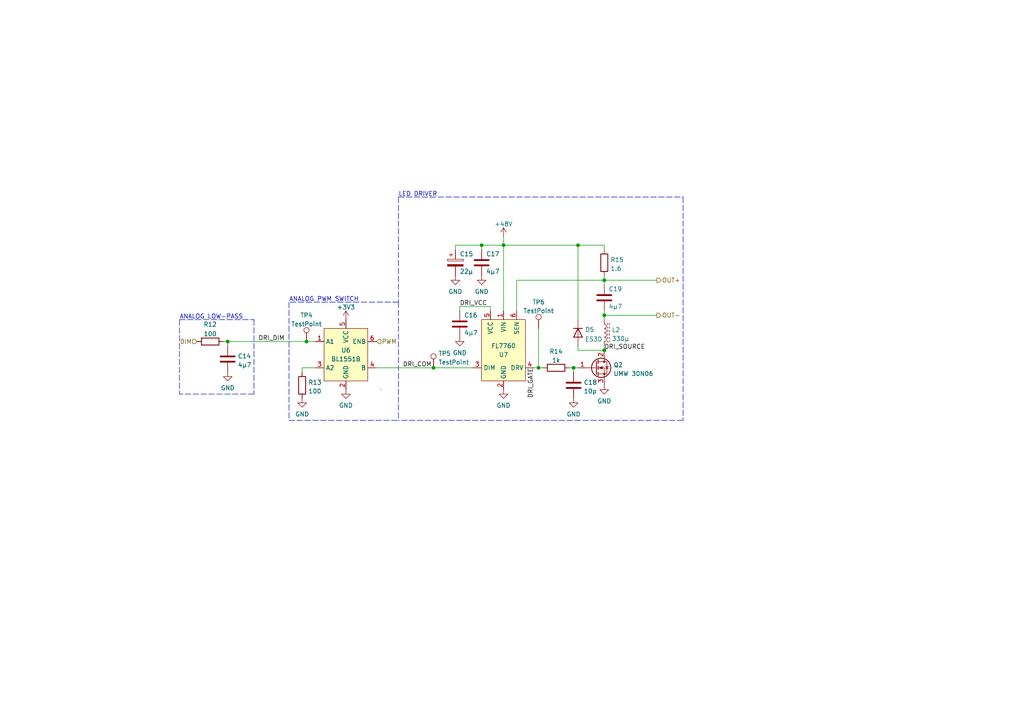
<source format=kicad_sch>
(kicad_sch (version 20211123) (generator eeschema)
  (paper "A4")
  (lib_symbols
    (symbol "Connector:TestPoint" (pin_numbers hide) (pin_names (offset 0.762) hide)
      (property "Reference" "TP" (at 0 6.858 0))
      (property "Value" "TestPoint" (at 0 5.08 0))
      (symbol "TestPoint_0_1"
        (circle (center 0 3.302) (radius 0.762))
      )
      (symbol "TestPoint_1_1"
        (pin passive line (at 0 0 90) (length 2.54) (name "1") (number "1"))
      )
    )
    (symbol "Device:C" (pin_numbers hide) (pin_names (offset 0.254))
      (property "Reference" "C" (at 0.635 2.54 0))
      (property "Value" "C" (at 0.635 -2.54 0))
      (symbol "C_0_1"
        (polyline (pts (xy -2.032 -0.762) (xy 2.032 -0.762)) (stroke (width 0.508)))
        (polyline (pts (xy -2.032 0.762) (xy 2.032 0.762)) (stroke (width 0.508)))
      )
      (symbol "C_1_1"
        (pin passive line (at 0 3.81 270) (length 2.794) (name "~") (number "1"))
        (pin passive line (at 0 -3.81 90) (length 2.794) (name "~") (number "2"))
      )
    )
    (symbol "Device:C_Polarized" (pin_numbers hide) (pin_names (offset 0.254))
      (property "Reference" "C" (at 0.635 2.54 0))
      (property "Value" "C_Polarized" (at 0.635 -2.54 0))
      (symbol "C_Polarized_0_1"
        (rectangle (start -2.286 0.508) (end 2.286 1.016))
        (polyline (pts (xy -1.778 2.286) (xy -0.762 2.286)))
        (polyline (pts (xy -1.27 2.794) (xy -1.27 1.778)))
        (rectangle (start 2.286 -0.508) (end -2.286 -1.016) (fill (type outline)))
      )
      (symbol "C_Polarized_1_1"
        (pin passive line (at 0 3.81 270) (length 2.794) (name "~") (number "1"))
        (pin passive line (at 0 -3.81 90) (length 2.794) (name "~") (number "2"))
      )
    )
    (symbol "Device:D" (pin_numbers hide) (pin_names (offset 1.016) hide)
      (property "Reference" "D" (at 0 2.54 0))
      (property "Value" "D" (at 0 -2.54 0))
      (symbol "D_0_1"
        (polyline (pts (xy -1.27 1.27) (xy -1.27 -1.27)) (stroke (width 0.254)))
        (polyline (pts (xy 1.27 0) (xy -1.27 0)))
        (polyline (pts (xy 1.27 1.27) (xy 1.27 -1.27) (xy -1.27 0) (xy 1.27 1.27)) (stroke (width 0.254)))
      )
      (symbol "D_1_1"
        (pin passive line (at -3.81 0 0) (length 2.54) (name "K") (number "1"))
        (pin passive line (at 3.81 0 180) (length 2.54) (name "A") (number "2"))
      )
    )
    (symbol "Device:L_Ferrite" (pin_numbers hide) (pin_names (offset 1.016) hide)
      (property "Reference" "L" (at -1.27 0 90))
      (property "Value" "L_Ferrite" (at 2.794 0 90))
      (symbol "L_Ferrite_0_1"
        (arc (start 0 -2.54) (mid 0.635 -1.905) (end 0 -1.27))
        (arc (start 0 -1.27) (mid 0.635 -0.635) (end 0 0))
        (polyline (pts (xy 1.016 -2.794) (xy 1.016 -2.286)))
        (polyline (pts (xy 1.016 -1.778) (xy 1.016 -1.27)))
        (polyline (pts (xy 1.016 -0.762) (xy 1.016 -0.254)))
        (polyline (pts (xy 1.016 0.254) (xy 1.016 0.762)))
        (polyline (pts (xy 1.016 1.27) (xy 1.016 1.778)))
        (polyline (pts (xy 1.016 2.286) (xy 1.016 2.794)))
        (polyline (pts (xy 1.524 -2.286) (xy 1.524 -2.794)))
        (polyline (pts (xy 1.524 -1.27) (xy 1.524 -1.778)))
        (polyline (pts (xy 1.524 -0.254) (xy 1.524 -0.762)))
        (polyline (pts (xy 1.524 0.762) (xy 1.524 0.254)))
        (polyline (pts (xy 1.524 1.778) (xy 1.524 1.27)))
        (polyline (pts (xy 1.524 2.794) (xy 1.524 2.286)))
        (arc (start 0 0) (mid 0.635 0.635) (end 0 1.27))
        (arc (start 0 1.27) (mid 0.635 1.905) (end 0 2.54))
      )
      (symbol "L_Ferrite_1_1"
        (pin passive line (at 0 3.81 270) (length 1.27) (name "1") (number "1"))
        (pin passive line (at 0 -3.81 90) (length 1.27) (name "2") (number "2"))
      )
    )
    (symbol "Device:Q_NMOS_GDS" (pin_names (offset 0) hide)
      (property "Reference" "Q" (at 5.08 1.27 0))
      (property "Value" "Q_NMOS_GDS" (at 5.08 -1.27 0))
      (symbol "Q_NMOS_GDS_0_1"
        (polyline (pts (xy 0.254 0) (xy -2.54 0)))
        (polyline (pts (xy 0.254 1.905) (xy 0.254 -1.905)) (stroke (width 0.254)))
        (polyline (pts (xy 0.762 -1.27) (xy 0.762 -2.286)) (stroke (width 0.254)))
        (polyline (pts (xy 0.762 0.508) (xy 0.762 -0.508)) (stroke (width 0.254)))
        (polyline (pts (xy 0.762 2.286) (xy 0.762 1.27)) (stroke (width 0.254)))
        (polyline (pts (xy 2.54 2.54) (xy 2.54 1.778)))
        (polyline (pts (xy 2.54 -2.54) (xy 2.54 0) (xy 0.762 0)))
        (polyline (pts (xy 0.762 -1.778) (xy 3.302 -1.778) (xy 3.302 1.778) (xy 0.762 1.778)))
        (polyline (pts (xy 1.016 0) (xy 2.032 0.381) (xy 2.032 -0.381) (xy 1.016 0)) (fill (type outline)))
        (polyline (pts (xy 2.794 0.508) (xy 2.921 0.381) (xy 3.683 0.381) (xy 3.81 0.254)))
        (polyline (pts (xy 3.302 0.381) (xy 2.921 -0.254) (xy 3.683 -0.254) (xy 3.302 0.381)))
        (circle (center 1.651 0) (radius 2.794) (stroke (width 0.254)))
        (circle (center 2.54 -1.778) (radius 0.254) (fill (type outline)))
        (circle (center 2.54 1.778) (radius 0.254) (fill (type outline)))
      )
      (symbol "Q_NMOS_GDS_1_1"
        (pin input line (at -5.08 0 0) (length 2.54) (name "G") (number "1"))
        (pin passive line (at 2.54 5.08 270) (length 2.54) (name "D") (number "2"))
        (pin passive line (at 2.54 -5.08 90) (length 2.54) (name "S") (number "3"))
      )
    )
    (symbol "Device:R" (pin_numbers hide) (pin_names (offset 0))
      (property "Reference" "R" (at 2.032 0 90))
      (property "Value" "R" (at 0 0 90))
      (symbol "R_0_1"
        (rectangle (start -1.016 -2.54) (end 1.016 2.54) (stroke (width 0.254)))
      )
      (symbol "R_1_1"
        (pin passive line (at 0 3.81 270) (length 1.27) (name "~") (number "1"))
        (pin passive line (at 0 -3.81 90) (length 1.27) (name "~") (number "2"))
      )
    )
    (symbol "Library:FL7760"
      (property "Reference" "U" (at 0 -1.27 0))
      (property "Value" "FL7760" (at 0 1.27 0))
      (symbol "FL7760_0_1"
        (rectangle (start -6.35 10.16) (end 6.35 -7.62) (stroke (width 0.1524)) (fill (type background)))
      )
      (symbol "FL7760_1_1"
        (pin input line (at 0 12.7 270) (length 2.54) (name "VIN") (number "1"))
        (pin input line (at 0 -10.16 90) (length 2.54) (name "GND") (number "2"))
        (pin input line (at -8.89 -3.81 0) (length 2.54) (name "DIM") (number "3"))
        (pin output line (at 8.89 -3.81 180) (length 2.54) (name "DRV") (number "4"))
        (pin input line (at -3.81 12.7 270) (length 2.54) (name "VCC") (number "5"))
        (pin input line (at 3.81 12.7 270) (length 2.54) (name "SEN") (number "6"))
      )
    )
    (symbol "library:BL1551B"
      (property "Reference" "U" (at 0 -1.27 0))
      (property "Value" "BL1551B" (at 0 1.27 0))
      (symbol "BL1551B_0_1"
        (rectangle (start 6.35 7.62) (end -6.35 -7.62) (stroke (width 0.1524)) (fill (type background)))
        (rectangle (start 10.16 -10.16) (end 10.16 -10.16) (stroke (width 0.1524)))
        (rectangle (start 10.16 -10.16) (end 10.16 -10.16) (stroke (width 0.1524)))
        (rectangle (start 10.16 -10.16) (end 10.16 -10.16) (stroke (width 0.1524)))
      )
      (symbol "BL1551B_1_1"
        (pin bidirectional line (at -8.89 3.81 0) (length 2.54) (name "A1") (number "1"))
        (pin power_in line (at 0 -10.16 90) (length 2.54) (name "GND") (number "2"))
        (pin bidirectional line (at -8.89 -3.81 0) (length 2.54) (name "A2") (number "3"))
        (pin bidirectional line (at 8.89 -3.81 180) (length 2.54) (name "B") (number "4"))
        (pin power_in line (at 0 10.16 270) (length 2.54) (name "VCC") (number "5"))
        (pin input line (at 8.89 3.81 180) (length 2.54) (name "ENB") (number "6"))
      )
    )
    (symbol "power:+3V3" (power) (pin_names (offset 0))
      (property "Value" "+3V3" (at 0 3.556 0))
      (symbol "+3V3_0_1"
        (polyline (pts (xy -0.762 1.27) (xy 0 2.54)))
        (polyline (pts (xy 0 0) (xy 0 2.54)))
        (polyline (pts (xy 0 2.54) (xy 0.762 1.27)))
      )
      (symbol "+3V3_1_1"
        (pin power_in line (at 0 0 90) (length 0) hide (name "+3V3") (number "1"))
      )
    )
    (symbol "power:+48V" (power) (pin_names (offset 0))
      (property "Value" "+48V" (at 0 3.556 0))
      (symbol "+48V_0_1"
        (polyline (pts (xy -0.762 1.27) (xy 0 2.54)))
        (polyline (pts (xy 0 0) (xy 0 2.54)))
        (polyline (pts (xy 0 2.54) (xy 0.762 1.27)))
      )
      (symbol "+48V_1_1"
        (pin power_in line (at 0 0 90) (length 0) hide (name "+48V") (number "1"))
      )
    )
    (symbol "power:GND" (power) (pin_names (offset 0))
      (property "Value" "GND" (at 0 -3.81 0))
      (symbol "GND_0_1"
        (polyline (pts (xy 0 0) (xy 0 -1.27) (xy 1.27 -1.27) (xy 0 -2.54) (xy -1.27 -1.27) (xy 0 -1.27)))
      )
      (symbol "GND_1_1"
        (pin power_in line (at 0 0 270) (length 0) hide (name "GND") (number "1"))
      )
    )
  )
  (junction (at 88.9 99.06))
  (junction (at 175.26 101.6))
  (junction (at 66.04 99.06))
  (junction (at 139.7 71.12))
  (junction (at 146.05 71.12))
  (junction (at 166.37 106.68))
  (junction (at 175.26 91.44))
  (junction (at 167.64 71.12))
  (junction (at 156.21 106.68))
  (junction (at 175.26 81.28))
  (junction (at 125.73 106.68))
  (wire (pts (xy 175.26 81.28) (xy 190.5 81.28)))
  (wire (pts (xy 146.05 71.12) (xy 146.05 90.17)))
  (polyline (pts (xy 198.12 57.15) (xy 198.12 121.92)))
  (wire (pts (xy 175.26 91.44) (xy 175.26 92.71)))
  (polyline (pts (xy 52.07 92.71) (xy 52.07 114.3)))
  (wire (pts (xy 165.1 106.68) (xy 166.37 106.68)))
  (polyline (pts (xy 73.66 114.3) (xy 52.07 114.3)))
  (wire (pts (xy 132.08 71.12) (xy 139.7 71.12)))
  (polyline (pts (xy 115.57 87.63) (xy 83.82 87.63)))
  (polyline (pts (xy 198.12 121.92) (xy 115.57 121.92)))
  (polyline (pts (xy 83.82 87.63) (xy 83.82 121.92)))
  (wire (pts (xy 87.63 106.68) (xy 87.63 107.95)))
  (wire (pts (xy 166.37 106.68) (xy 166.37 107.95)))
  (wire (pts (xy 149.86 81.28) (xy 149.86 90.17)))
  (wire (pts (xy 132.08 72.39) (xy 132.08 71.12)))
  (wire (pts (xy 125.73 106.68) (xy 137.16 106.68)))
  (wire (pts (xy 175.26 91.44) (xy 190.5 91.44)))
  (wire (pts (xy 149.86 81.28) (xy 175.26 81.28)))
  (wire (pts (xy 166.37 106.68) (xy 167.64 106.68)))
  (wire (pts (xy 154.94 106.68) (xy 156.21 106.68)))
  (wire (pts (xy 175.26 71.12) (xy 175.26 72.39)))
  (wire (pts (xy 66.04 99.06) (xy 64.77 99.06)))
  (wire (pts (xy 167.64 101.6) (xy 175.26 101.6)))
  (polyline (pts (xy 115.57 57.15) (xy 115.57 87.63)))
  (wire (pts (xy 88.9 99.06) (xy 91.44 99.06)))
  (wire (pts (xy 175.26 91.44) (xy 175.26 90.17)))
  (polyline (pts (xy 83.82 121.92) (xy 115.57 121.92)))
  (wire (pts (xy 109.22 106.68) (xy 125.73 106.68)))
  (polyline (pts (xy 115.57 57.15) (xy 198.12 57.15)))
  (wire (pts (xy 167.64 71.12) (xy 175.26 71.12)))
  (wire (pts (xy 175.26 80.01) (xy 175.26 81.28)))
  (wire (pts (xy 175.26 100.33) (xy 175.26 101.6)))
  (wire (pts (xy 146.05 68.58) (xy 146.05 71.12)))
  (wire (pts (xy 87.63 106.68) (xy 91.44 106.68)))
  (polyline (pts (xy 73.66 92.71) (xy 73.66 114.3)))
  (wire (pts (xy 156.21 106.68) (xy 157.48 106.68)))
  (wire (pts (xy 66.04 99.06) (xy 88.9 99.06)))
  (wire (pts (xy 142.24 90.17) (xy 142.24 88.9)))
  (wire (pts (xy 167.64 100.33) (xy 167.64 101.6)))
  (wire (pts (xy 139.7 72.39) (xy 139.7 71.12)))
  (wire (pts (xy 133.35 88.9) (xy 142.24 88.9)))
  (wire (pts (xy 156.21 95.25) (xy 156.21 106.68)))
  (wire (pts (xy 139.7 71.12) (xy 146.05 71.12)))
  (wire (pts (xy 133.35 88.9) (xy 133.35 90.17)))
  (wire (pts (xy 66.04 100.33) (xy 66.04 99.06)))
  (wire (pts (xy 175.26 82.55) (xy 175.26 81.28)))
  (wire (pts (xy 167.64 71.12) (xy 167.64 92.71)))
  (wire (pts (xy 146.05 71.12) (xy 167.64 71.12)))
  (polyline (pts (xy 115.57 87.63) (xy 115.57 121.92)))
  (polyline (pts (xy 52.07 92.71) (xy 73.66 92.71)))
  (text "ANALOG PWM SWITCH" (at 83.82 87.63 0) (effects (font (size 1.27 1.27)) (justify left bottom)))
  (text "ANALOG LOW-PASS" (at 52.07 92.71 0) (effects (font (size 1.27 1.27)) (justify left bottom)))
  (text "LED DRIVER" (at 115.57 57.15 0) (effects (font (size 1.27 1.27)) (justify left bottom)))
  (label "DRI_DIM" (at 74.93 99.06 0))
  (label "DRI_COM" (at 116.84 106.68 0))
  (label "DRI_VCC" (at 133.35 88.9 0))
  (label "DRI_SOURCE" (at 175.26 101.6 0))
  (label "DRI_GATE" (at 154.94 106.68 270))
  (hierarchical_label "OUT+" (shape output) (at 190.5 81.28 0))
  (hierarchical_label "PWM" (shape input) (at 109.22 99.06 0))
  (hierarchical_label "DIM" (shape input) (at 57.15 99.06 180))
  (hierarchical_label "OUT-" (shape output) (at 190.5 91.44 0))
  (symbol (lib_id "power:GND") (at 133.35 97.79 0) (unit 1)
    (property "Reference" "#PWR046" (effects hide))
    (property "Value" "GND" (at 133.35 102.3525 0))
  )
  (symbol (lib_id "Device:C") (at 175.26 86.36 0) (unit 1)
    (property "Reference" "C19" (at 176.53 83.82 0) (effects (justify left)))
    (property "Value" "4µ7" (at 176.53 88.9 0) (effects (justify left)))
    (property "Footprint" "Capacitor_SMD:C_0805_2012Metric" (effects hide))
  )
  (symbol (lib_id "Device:C") (at 133.35 93.98 0) (unit 1)
    (property "Reference" "C16" (at 134.62 91.44 0) (effects (justify left)))
    (property "Value" "4µ7" (at 134.62 96.52 0) (effects (justify left)))
    (property "Footprint" "Capacitor_SMD:C_0805_2012Metric" (effects hide))
  )
  (symbol (lib_id "Device:R") (at 87.63 111.76 0) (mirror y) (unit 1)
    (property "Reference" "R13" (at 89.408 110.9253 0) (effects (justify right)))
    (property "Value" "100" (at 89.408 113.4622 0) (effects (justify right)))
    (property "Footprint" "Resistor_SMD:R_0603_1608Metric" (effects hide))
  )
  (symbol (lib_id "Device:R") (at 175.26 76.2 0) (unit 1)
    (property "Reference" "R15" (at 177.038 75.3653 0) (effects (justify left)))
    (property "Value" "1.6" (at 177.038 77.9022 0) (effects (justify left)))
    (property "Footprint" "Resistor_SMD:R_1206_3216Metric" (effects hide))
  )
  (symbol (lib_id "power:GND") (at 66.04 107.95 0) (unit 1)
    (property "Reference" "#PWR041" (effects hide))
    (property "Value" "GND" (at 66.04 112.5125 0))
  )
  (symbol (lib_id "Connector:TestPoint") (at 88.9 99.06 0) (unit 1)
    (property "Reference" "TP4" (at 88.9 91.44 0))
    (property "Value" "TestPoint" (at 88.9 93.98 0))
    (property "Footprint" "TestPoint:TestPoint_Pad_D1.0mm" (effects hide))
  )
  (symbol (lib_id "Device:C") (at 66.04 104.14 0) (unit 1)
    (property "Reference" "C14" (at 68.961 103.3053 0) (effects (justify left)))
    (property "Value" "4µ7" (at 68.961 105.8422 0) (effects (justify left)))
    (property "Footprint" "Capacitor_SMD:C_0805_2012Metric" (effects hide))
  )
  (symbol (lib_id "power:+48V") (at 146.05 68.58 0) (unit 1)
    (property "Reference" "#PWR048" (effects hide))
    (property "Value" "+48V" (at 146.05 64.9755 0))
  )
  (symbol (lib_id "Connector:TestPoint") (at 125.73 106.68 0) (unit 1)
    (property "Reference" "TP5" (at 127.127 102.5433 0) (effects (justify left)))
    (property "Value" "TestPoint" (at 127.127 105.0802 0) (effects (justify left)))
    (property "Footprint" "TestPoint:TestPoint_Pad_D1.0mm" (effects hide))
  )
  (symbol (lib_id "Device:C_Polarized") (at 132.08 76.2 0) (unit 1)
    (property "Reference" "C15" (at 133.35 73.66 0) (effects (justify left)))
    (property "Value" "22µ" (at 133.35 78.74 0) (effects (justify left)))
    (property "Footprint" "Capacitor_SMD:CP_Elec_6.3x4.5" (effects hide))
  )
  (symbol (lib_id "power:GND") (at 175.26 111.76 0) (unit 1)
    (property "Reference" "#PWR051" (effects hide))
    (property "Value" "GND" (at 175.26 116.3225 0))
  )
  (symbol (lib_id "Device:Q_NMOS_GDS") (at 172.72 106.68 0) (unit 1)
    (property "Reference" "Q2" (at 177.927 105.8453 0) (effects (justify left)))
    (property "Value" "UMW 30N06" (at 177.927 108.3822 0) (effects (justify left)))
    (property "Footprint" "Package_TO_SOT_SMD:TO-252-2" (effects hide))
  )
  (symbol (lib_id "power:GND") (at 166.37 115.57 0) (unit 1)
    (property "Reference" "#PWR039" (effects hide))
    (property "Value" "GND" (at 166.37 120.1325 0))
  )
  (symbol (lib_id "Device:D") (at 167.64 96.52 270) (unit 1)
    (property "Reference" "D5" (at 169.672 95.6115 90) (effects (justify left)))
    (property "Value" "ES3D" (at 169.672 98.3866 90) (effects (justify left)))
    (property "Footprint" "Diode_SMD:D_SMB" (effects hide))
  )
  (symbol (lib_id "Connector:TestPoint") (at 156.21 95.25 0) (unit 1)
    (property "Reference" "TP6" (at 156.21 87.63 0))
    (property "Value" "TestPoint" (at 156.21 90.17 0))
    (property "Footprint" "TestPoint:TestPoint_Pad_D1.0mm" (effects hide))
  )
  (symbol (lib_id "Device:R") (at 60.96 99.06 90) (unit 1)
    (property "Reference" "R12" (at 60.96 94.0775 90))
    (property "Value" "100" (at 60.96 96.8526 90))
    (property "Footprint" "Resistor_SMD:R_0603_1608Metric" (effects hide))
  )
  (symbol (lib_id "library:BL1551B") (at 100.33 102.87 0) (unit 1)
    (property "Reference" "U6" (at 100.33 101.6 0))
    (property "Value" "BL1551B" (at 100.33 104.14 0))
    (property "Footprint" "Package_TO_SOT_SMD:SOT-363_SC-70-6" (effects hide))
  )
  (symbol (lib_id "power:GND") (at 100.33 113.03 0) (unit 1)
    (property "Reference" "#PWR044" (effects hide))
    (property "Value" "GND" (at 100.33 117.5925 0))
  )
  (symbol (lib_id "power:GND") (at 132.08 80.01 0) (unit 1)
    (property "Reference" "#PWR045" (effects hide))
    (property "Value" "GND" (at 132.08 84.5725 0))
  )
  (symbol (lib_id "power:GND") (at 87.63 115.57 0) (mirror y) (unit 1)
    (property "Reference" "#PWR042" (effects hide))
    (property "Value" "GND" (at 87.63 120.1325 0))
  )
  (symbol (lib_id "Device:L_Ferrite") (at 175.26 96.52 0) (unit 1)
    (property "Reference" "L2" (at 177.419 95.6853 0) (effects (justify left)))
    (property "Value" "330µ" (at 177.419 98.2222 0) (effects (justify left)))
    (property "Footprint" "Inductor_SMD:L_12x12mm_H8mm" (effects hide))
  )
  (symbol (lib_id "power:GND") (at 139.7 80.01 0) (unit 1)
    (property "Reference" "#PWR047" (effects hide))
    (property "Value" "GND" (at 139.7 84.5725 0))
  )
  (symbol (lib_id "power:+3V3") (at 100.33 92.71 0) (unit 1)
    (property "Reference" "#PWR043" (effects hide))
    (property "Value" "+3V3" (at 100.33 89.1055 0))
  )
  (symbol (lib_id "Library:FL7760") (at 146.05 102.87 0) (unit 1)
    (property "Reference" "U7" (at 146.05 102.87 0))
    (property "Value" "FL7760" (at 146.05 100.33 0))
    (property "Footprint" "Package_TO_SOT_SMD:SOT-23-6" (effects hide))
  )
  (symbol (lib_id "Device:C") (at 139.7 76.2 0) (unit 1)
    (property "Reference" "C17" (at 140.97 73.66 0) (effects (justify left)))
    (property "Value" "4µ7" (at 140.97 78.74 0) (effects (justify left)))
    (property "Footprint" "Capacitor_SMD:C_0805_2012Metric" (effects hide))
  )
  (symbol (lib_id "power:GND") (at 146.05 113.03 0) (unit 1)
    (property "Reference" "#PWR049" (effects hide))
    (property "Value" "GND" (at 146.05 117.5925 0))
  )
  (symbol (lib_id "Device:C") (at 166.37 111.76 0) (unit 1)
    (property "Reference" "C18" (at 169.291 110.9253 0) (effects (justify left)))
    (property "Value" "10p" (at 169.291 113.4622 0) (effects (justify left)))
    (property "Footprint" "Capacitor_SMD:C_0603_1608Metric" (effects hide))
  )
  (symbol (lib_id "Device:R") (at 161.29 106.68 90) (unit 1)
    (property "Reference" "R14" (at 161.29 101.9642 90))
    (property "Value" "1k" (at 161.29 104.5011 90))
    (property "Footprint" "Resistor_SMD:R_0603_1608Metric" (effects hide))
  )
)
</source>
